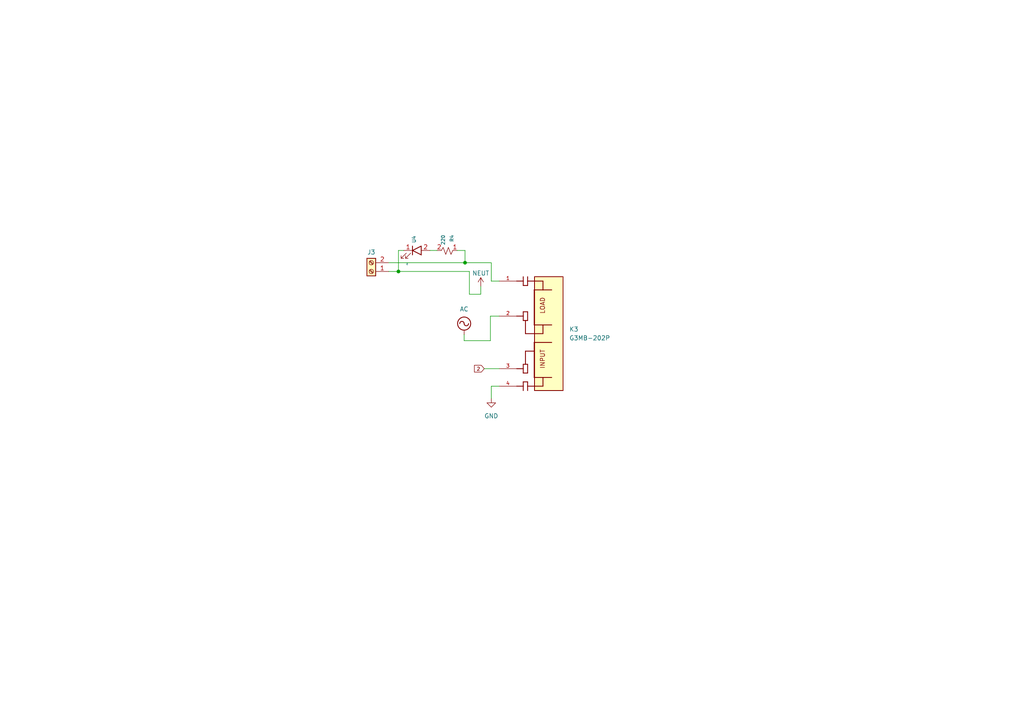
<source format=kicad_sch>
(kicad_sch
	(version 20231120)
	(generator "eeschema")
	(generator_version "8.0")
	(uuid "a891912e-a6c0-4e51-b609-3efe2cbf40b9")
	(paper "A4")
	(title_block
		(title "SSR circuit diagram")
	)
	(lib_symbols
		(symbol "Connector:Screw_Terminal_01x02"
			(pin_names
				(offset 1.016) hide)
			(exclude_from_sim no)
			(in_bom yes)
			(on_board yes)
			(property "Reference" "J"
				(at 0 2.54 0)
				(effects
					(font
						(size 1.27 1.27)
					)
				)
			)
			(property "Value" "Screw_Terminal_01x02"
				(at 0 -5.08 0)
				(effects
					(font
						(size 1.27 1.27)
					)
				)
			)
			(property "Footprint" ""
				(at 0 0 0)
				(effects
					(font
						(size 1.27 1.27)
					)
					(hide yes)
				)
			)
			(property "Datasheet" "~"
				(at 0 0 0)
				(effects
					(font
						(size 1.27 1.27)
					)
					(hide yes)
				)
			)
			(property "Description" "Generic screw terminal, single row, 01x02, script generated (kicad-library-utils/schlib/autogen/connector/)"
				(at 0 0 0)
				(effects
					(font
						(size 1.27 1.27)
					)
					(hide yes)
				)
			)
			(property "ki_keywords" "screw terminal"
				(at 0 0 0)
				(effects
					(font
						(size 1.27 1.27)
					)
					(hide yes)
				)
			)
			(property "ki_fp_filters" "TerminalBlock*:*"
				(at 0 0 0)
				(effects
					(font
						(size 1.27 1.27)
					)
					(hide yes)
				)
			)
			(symbol "Screw_Terminal_01x02_1_1"
				(rectangle
					(start -1.27 1.27)
					(end 1.27 -3.81)
					(stroke
						(width 0.254)
						(type default)
					)
					(fill
						(type background)
					)
				)
				(circle
					(center 0 -2.54)
					(radius 0.635)
					(stroke
						(width 0.1524)
						(type default)
					)
					(fill
						(type none)
					)
				)
				(polyline
					(pts
						(xy -0.5334 -2.2098) (xy 0.3302 -3.048)
					)
					(stroke
						(width 0.1524)
						(type default)
					)
					(fill
						(type none)
					)
				)
				(polyline
					(pts
						(xy -0.5334 0.3302) (xy 0.3302 -0.508)
					)
					(stroke
						(width 0.1524)
						(type default)
					)
					(fill
						(type none)
					)
				)
				(polyline
					(pts
						(xy -0.3556 -2.032) (xy 0.508 -2.8702)
					)
					(stroke
						(width 0.1524)
						(type default)
					)
					(fill
						(type none)
					)
				)
				(polyline
					(pts
						(xy -0.3556 0.508) (xy 0.508 -0.3302)
					)
					(stroke
						(width 0.1524)
						(type default)
					)
					(fill
						(type none)
					)
				)
				(circle
					(center 0 0)
					(radius 0.635)
					(stroke
						(width 0.1524)
						(type default)
					)
					(fill
						(type none)
					)
				)
				(pin passive line
					(at -5.08 0 0)
					(length 3.81)
					(name "Pin_1"
						(effects
							(font
								(size 1.27 1.27)
							)
						)
					)
					(number "1"
						(effects
							(font
								(size 1.27 1.27)
							)
						)
					)
				)
				(pin passive line
					(at -5.08 -2.54 0)
					(length 3.81)
					(name "Pin_2"
						(effects
							(font
								(size 1.27 1.27)
							)
						)
					)
					(number "2"
						(effects
							(font
								(size 1.27 1.27)
							)
						)
					)
				)
			)
		)
		(symbol "Device:LED_A"
			(exclude_from_sim no)
			(in_bom yes)
			(on_board yes)
			(property "Reference" "U1"
				(at 0 0 0)
				(effects
					(font
						(size 1.27 1.27)
					)
				)
			)
			(property "Value" ""
				(at -1.5875 0.508 0)
				(effects
					(font
						(size 1.27 1.27)
					)
				)
			)
			(property "Footprint" ""
				(at 0 0 0)
				(effects
					(font
						(size 1.27 1.27)
					)
					(hide yes)
				)
			)
			(property "Datasheet" ""
				(at 0 0 0)
				(effects
					(font
						(size 1.27 1.27)
					)
					(hide yes)
				)
			)
			(property "Description" ""
				(at 0 0 0)
				(effects
					(font
						(size 1.27 1.27)
					)
					(hide yes)
				)
			)
			(symbol "LED_A_0_1"
				(polyline
					(pts
						(xy -1.27 -3.81) (xy -1.27 -1.27)
					)
					(stroke
						(width 0.254)
						(type default)
					)
					(fill
						(type none)
					)
				)
				(polyline
					(pts
						(xy 1.27 -3.81) (xy 1.27 -1.27) (xy -1.27 -2.54) (xy 1.27 -3.81)
					)
					(stroke
						(width 0.254)
						(type default)
					)
					(fill
						(type none)
					)
				)
				(polyline
					(pts
						(xy -3.048 -3.302) (xy -4.572 -4.826) (xy -3.81 -4.826) (xy -4.572 -4.826) (xy -4.572 -4.064)
					)
					(stroke
						(width 0)
						(type default)
					)
					(fill
						(type none)
					)
				)
				(polyline
					(pts
						(xy -1.778 -3.302) (xy -3.302 -4.826) (xy -2.54 -4.826) (xy -3.302 -4.826) (xy -3.302 -4.064)
					)
					(stroke
						(width 0)
						(type default)
					)
					(fill
						(type none)
					)
				)
			)
			(symbol "LED_A_1_1"
				(pin passive line
					(at -3.81 -2.54 0)
					(length 2.54)
					(name ""
						(effects
							(font
								(size 1.27 1.27)
							)
						)
					)
					(number "1"
						(effects
							(font
								(size 1.27 1.27)
							)
						)
					)
				)
				(pin passive line
					(at 3.81 -2.54 180)
					(length 2.54)
					(name ""
						(effects
							(font
								(size 1.27 1.27)
							)
						)
					)
					(number "2"
						(effects
							(font
								(size 1.27 1.27)
							)
						)
					)
				)
			)
		)
		(symbol "Device:Resistor_A"
			(exclude_from_sim no)
			(in_bom yes)
			(on_board yes)
			(property "Reference" "R"
				(at 0 0 0)
				(effects
					(font
						(size 1.27 1.27)
					)
				)
			)
			(property "Value" ""
				(at 0 0 0)
				(effects
					(font
						(size 1.27 1.27)
					)
				)
			)
			(property "Footprint" ""
				(at 0 0 0)
				(effects
					(font
						(size 1.27 1.27)
					)
					(hide yes)
				)
			)
			(property "Datasheet" ""
				(at 0 0 0)
				(effects
					(font
						(size 1.27 1.27)
					)
					(hide yes)
				)
			)
			(property "Description" ""
				(at 0 0 0)
				(effects
					(font
						(size 1.27 1.27)
					)
					(hide yes)
				)
			)
			(symbol "Resistor_A_1_1"
				(polyline
					(pts
						(xy -2.286 -2.032) (xy -1.778 -0.889) (xy -1.397 -1.905) (xy -1.016 -2.921) (xy -0.635 -1.905)
					)
					(stroke
						(width 0)
						(type default)
					)
					(fill
						(type none)
					)
				)
				(polyline
					(pts
						(xy -0.635 -1.905) (xy -0.254 -0.889) (xy 0.127 -1.905) (xy 0.508 -2.921) (xy 1.016 -2.032)
					)
					(stroke
						(width 0)
						(type default)
					)
					(fill
						(type none)
					)
				)
				(pin input line
					(at -3.556 -2.032 0)
					(length 1.27)
					(name ""
						(effects
							(font
								(size 1.27 1.27)
							)
						)
					)
					(number "1"
						(effects
							(font
								(size 1.27 1.27)
							)
						)
					)
				)
				(pin output line
					(at 2.286 -2.032 180)
					(length 1.27)
					(name ""
						(effects
							(font
								(size 1.27 1.27)
							)
						)
					)
					(number "2"
						(effects
							(font
								(size 1.27 1.27)
							)
						)
					)
				)
			)
		)
		(symbol "G3MB-202P:G3MB-202P"
			(pin_names
				(offset 1.016)
			)
			(exclude_from_sim no)
			(in_bom yes)
			(on_board yes)
			(property "Reference" "K"
				(at -4.4597 15.8839 0)
				(effects
					(font
						(size 1.27 1.27)
					)
					(justify left bottom)
				)
			)
			(property "Value" "G3MB-202P"
				(at -4.4511 -6.9878 0)
				(effects
					(font
						(size 1.27 1.27)
					)
					(justify left bottom)
				)
			)
			(property "Footprint" "G3MB-202P:RELAY_G3MB-202P"
				(at 0 0 0)
				(effects
					(font
						(size 1.27 1.27)
					)
					(justify bottom)
					(hide yes)
				)
			)
			(property "Datasheet" ""
				(at 0 0 0)
				(effects
					(font
						(size 1.27 1.27)
					)
					(hide yes)
				)
			)
			(property "Description" ""
				(at 0 0 0)
				(effects
					(font
						(size 1.27 1.27)
					)
					(hide yes)
				)
			)
			(property "MF" "Omron Automation"
				(at 0 0 0)
				(effects
					(font
						(size 1.27 1.27)
					)
					(justify bottom)
					(hide yes)
				)
			)
			(property "MAXIMUM_PACKAGE_HEIGHT" "20.5mm"
				(at 0 0 0)
				(effects
					(font
						(size 1.27 1.27)
					)
					(justify bottom)
					(hide yes)
				)
			)
			(property "Package" "SIP-4 Omron Automation"
				(at 0 0 0)
				(effects
					(font
						(size 1.27 1.27)
					)
					(justify bottom)
					(hide yes)
				)
			)
			(property "Price" "None"
				(at 0 0 0)
				(effects
					(font
						(size 1.27 1.27)
					)
					(justify bottom)
					(hide yes)
				)
			)
			(property "Check_prices" "https://www.snapeda.com/parts/G3MB-202P/Omron/view-part/?ref=eda"
				(at 0 0 0)
				(effects
					(font
						(size 1.27 1.27)
					)
					(justify bottom)
					(hide yes)
				)
			)
			(property "STANDARD" "Manufacturer Recommendations"
				(at 0 0 0)
				(effects
					(font
						(size 1.27 1.27)
					)
					(justify bottom)
					(hide yes)
				)
			)
			(property "PARTREV" "J091-E1-1A"
				(at 0 0 0)
				(effects
					(font
						(size 1.27 1.27)
					)
					(justify bottom)
					(hide yes)
				)
			)
			(property "SnapEDA_Link" "https://www.snapeda.com/parts/G3MB-202P/Omron/view-part/?ref=snap"
				(at 0 0 0)
				(effects
					(font
						(size 1.27 1.27)
					)
					(justify bottom)
					(hide yes)
				)
			)
			(property "MP" "G3MB-202P"
				(at 0 0 0)
				(effects
					(font
						(size 1.27 1.27)
					)
					(justify bottom)
					(hide yes)
				)
			)
			(property "Description_1" "\n                        \n                            Solid State  SPST-NO (1 Form A) 4-SIP\n                        \n"
				(at 0 0 0)
				(effects
					(font
						(size 1.27 1.27)
					)
					(justify bottom)
					(hide yes)
				)
			)
			(property "Availability" "Not in stock"
				(at 0 0 0)
				(effects
					(font
						(size 1.27 1.27)
					)
					(justify bottom)
					(hide yes)
				)
			)
			(property "MANUFACTURER" "Omron Automation and Safety"
				(at 0 0 0)
				(effects
					(font
						(size 1.27 1.27)
					)
					(justify bottom)
					(hide yes)
				)
			)
			(symbol "G3MB-202P_0_0"
				(rectangle
					(start -16.51 -5.8208)
					(end 16.51 2.4342)
					(stroke
						(width 0.254)
						(type default)
					)
					(fill
						(type background)
					)
				)
				(polyline
					(pts
						(xy -16.51 5.715) (xy -15.24 5.715)
					)
					(stroke
						(width 0.254)
						(type default)
					)
					(fill
						(type none)
					)
				)
				(polyline
					(pts
						(xy -15.24 4.445) (xy -16.51 4.445)
					)
					(stroke
						(width 0.254)
						(type default)
					)
					(fill
						(type none)
					)
				)
				(polyline
					(pts
						(xy -15.24 4.445) (xy -15.24 0)
					)
					(stroke
						(width 0.254)
						(type default)
					)
					(fill
						(type none)
					)
				)
				(polyline
					(pts
						(xy -15.24 5.715) (xy -13.97 5.715)
					)
					(stroke
						(width 0.254)
						(type default)
					)
					(fill
						(type none)
					)
				)
				(polyline
					(pts
						(xy -15.24 7.62) (xy -15.24 5.715)
					)
					(stroke
						(width 0.254)
						(type default)
					)
					(fill
						(type none)
					)
				)
				(polyline
					(pts
						(xy -13.97 4.445) (xy -15.24 4.445)
					)
					(stroke
						(width 0.254)
						(type default)
					)
					(fill
						(type none)
					)
				)
				(polyline
					(pts
						(xy -13.97 5.715) (xy -13.97 4.445)
					)
					(stroke
						(width 0.254)
						(type default)
					)
					(fill
						(type none)
					)
				)
				(polyline
					(pts
						(xy -12.7 -2.54) (xy -12.7 0)
					)
					(stroke
						(width 0.254)
						(type default)
					)
					(fill
						(type none)
					)
				)
				(polyline
					(pts
						(xy -12.7 0) (xy -15.24 0)
					)
					(stroke
						(width 0.254)
						(type default)
					)
					(fill
						(type none)
					)
				)
				(polyline
					(pts
						(xy -12.7 0) (xy -12.7 2.54)
					)
					(stroke
						(width 0.254)
						(type default)
					)
					(fill
						(type none)
					)
				)
				(polyline
					(pts
						(xy -12.7 2.54) (xy -5.08 2.54)
					)
					(stroke
						(width 0.254)
						(type default)
					)
					(fill
						(type none)
					)
				)
				(polyline
					(pts
						(xy -11.43 4.445) (xy -11.43 5.715)
					)
					(stroke
						(width 0.254)
						(type default)
					)
					(fill
						(type none)
					)
				)
				(polyline
					(pts
						(xy -11.43 5.715) (xy -10.16 5.715)
					)
					(stroke
						(width 0.254)
						(type default)
					)
					(fill
						(type none)
					)
				)
				(polyline
					(pts
						(xy -10.16 5.715) (xy -8.89 5.715)
					)
					(stroke
						(width 0.254)
						(type default)
					)
					(fill
						(type none)
					)
				)
				(polyline
					(pts
						(xy -10.16 7.62) (xy -10.16 5.715)
					)
					(stroke
						(width 0.254)
						(type default)
					)
					(fill
						(type none)
					)
				)
				(polyline
					(pts
						(xy -8.89 4.445) (xy -11.43 4.445)
					)
					(stroke
						(width 0.254)
						(type default)
					)
					(fill
						(type none)
					)
				)
				(polyline
					(pts
						(xy -8.89 5.715) (xy -8.89 4.445)
					)
					(stroke
						(width 0.254)
						(type default)
					)
					(fill
						(type none)
					)
				)
				(polyline
					(pts
						(xy -5.08 2.54) (xy -5.08 5.08)
					)
					(stroke
						(width 0.254)
						(type default)
					)
					(fill
						(type none)
					)
				)
				(polyline
					(pts
						(xy -5.08 2.54) (xy -2.54 2.54)
					)
					(stroke
						(width 0.254)
						(type default)
					)
					(fill
						(type none)
					)
				)
				(polyline
					(pts
						(xy -5.08 5.08) (xy -8.89 5.08)
					)
					(stroke
						(width 0.254)
						(type default)
					)
					(fill
						(type none)
					)
				)
				(polyline
					(pts
						(xy -2.54 2.54) (xy -2.54 -2.54)
					)
					(stroke
						(width 0.254)
						(type default)
					)
					(fill
						(type none)
					)
				)
				(polyline
					(pts
						(xy 0 0) (xy 0 5.08)
					)
					(stroke
						(width 0.254)
						(type default)
					)
					(fill
						(type none)
					)
				)
				(polyline
					(pts
						(xy 0 5.08) (xy 3.81 5.08)
					)
					(stroke
						(width 0.254)
						(type default)
					)
					(fill
						(type none)
					)
				)
				(polyline
					(pts
						(xy 2.54 0) (xy 0 0)
					)
					(stroke
						(width 0.254)
						(type default)
					)
					(fill
						(type none)
					)
				)
				(polyline
					(pts
						(xy 2.54 0) (xy 2.54 -2.54)
					)
					(stroke
						(width 0.254)
						(type default)
					)
					(fill
						(type none)
					)
				)
				(polyline
					(pts
						(xy 2.54 2.54) (xy 2.54 0)
					)
					(stroke
						(width 0.254)
						(type default)
					)
					(fill
						(type none)
					)
				)
				(polyline
					(pts
						(xy 3.81 4.445) (xy 6.35 4.445)
					)
					(stroke
						(width 0.254)
						(type default)
					)
					(fill
						(type none)
					)
				)
				(polyline
					(pts
						(xy 3.81 5.715) (xy 3.81 4.445)
					)
					(stroke
						(width 0.254)
						(type default)
					)
					(fill
						(type none)
					)
				)
				(polyline
					(pts
						(xy 5.08 5.715) (xy 3.81 5.715)
					)
					(stroke
						(width 0.254)
						(type default)
					)
					(fill
						(type none)
					)
				)
				(polyline
					(pts
						(xy 5.08 7.62) (xy 5.08 5.715)
					)
					(stroke
						(width 0.254)
						(type default)
					)
					(fill
						(type none)
					)
				)
				(polyline
					(pts
						(xy 6.35 4.445) (xy 6.35 5.715)
					)
					(stroke
						(width 0.254)
						(type default)
					)
					(fill
						(type none)
					)
				)
				(polyline
					(pts
						(xy 6.35 5.715) (xy 5.08 5.715)
					)
					(stroke
						(width 0.254)
						(type default)
					)
					(fill
						(type none)
					)
				)
				(polyline
					(pts
						(xy 12.7 -2.54) (xy 12.7 0)
					)
					(stroke
						(width 0.254)
						(type default)
					)
					(fill
						(type none)
					)
				)
				(polyline
					(pts
						(xy 12.7 0) (xy 12.7 2.54)
					)
					(stroke
						(width 0.254)
						(type default)
					)
					(fill
						(type none)
					)
				)
				(polyline
					(pts
						(xy 12.7 0) (xy 15.24 0)
					)
					(stroke
						(width 0.254)
						(type default)
					)
					(fill
						(type none)
					)
				)
				(polyline
					(pts
						(xy 12.7 2.54) (xy 2.54 2.54)
					)
					(stroke
						(width 0.254)
						(type default)
					)
					(fill
						(type none)
					)
				)
				(polyline
					(pts
						(xy 13.97 4.445) (xy 15.24 4.445)
					)
					(stroke
						(width 0.254)
						(type default)
					)
					(fill
						(type none)
					)
				)
				(polyline
					(pts
						(xy 13.97 5.715) (xy 13.97 4.445)
					)
					(stroke
						(width 0.254)
						(type default)
					)
					(fill
						(type none)
					)
				)
				(polyline
					(pts
						(xy 15.24 4.445) (xy 15.24 0)
					)
					(stroke
						(width 0.254)
						(type default)
					)
					(fill
						(type none)
					)
				)
				(polyline
					(pts
						(xy 15.24 4.445) (xy 16.51 4.445)
					)
					(stroke
						(width 0.254)
						(type default)
					)
					(fill
						(type none)
					)
				)
				(polyline
					(pts
						(xy 15.24 5.715) (xy 13.97 5.715)
					)
					(stroke
						(width 0.254)
						(type default)
					)
					(fill
						(type none)
					)
				)
				(polyline
					(pts
						(xy 15.24 7.62) (xy 15.24 5.715)
					)
					(stroke
						(width 0.254)
						(type default)
					)
					(fill
						(type none)
					)
				)
				(polyline
					(pts
						(xy 16.51 5.715) (xy 15.24 5.715)
					)
					(stroke
						(width 0.254)
						(type default)
					)
					(fill
						(type none)
					)
				)
				(text "INPUT"
					(at -10.1712 -0.6357 0)
					(effects
						(font
							(size 1.2714 1.2714)
						)
						(justify left bottom)
					)
				)
				(text "LOAD"
					(at 5.7234 -0.6359 0)
					(effects
						(font
							(size 1.2719 1.2719)
						)
						(justify left bottom)
					)
				)
				(pin passive line
					(at 15.24 12.7 270)
					(length 5.08)
					(name "~"
						(effects
							(font
								(size 1.016 1.016)
							)
						)
					)
					(number "1"
						(effects
							(font
								(size 1.016 1.016)
							)
						)
					)
				)
				(pin passive line
					(at 5.08 12.7 270)
					(length 5.08)
					(name "~"
						(effects
							(font
								(size 1.016 1.016)
							)
						)
					)
					(number "2"
						(effects
							(font
								(size 1.016 1.016)
							)
						)
					)
				)
				(pin input line
					(at -10.16 12.7 270)
					(length 5.08)
					(name "~"
						(effects
							(font
								(size 1.016 1.016)
							)
						)
					)
					(number "3"
						(effects
							(font
								(size 1.016 1.016)
							)
						)
					)
				)
				(pin input line
					(at -15.24 12.7 270)
					(length 5.08)
					(name "~"
						(effects
							(font
								(size 1.016 1.016)
							)
						)
					)
					(number "4"
						(effects
							(font
								(size 1.016 1.016)
							)
						)
					)
				)
			)
		)
		(symbol "power:AC"
			(power)
			(pin_numbers hide)
			(pin_names
				(offset 0) hide)
			(exclude_from_sim no)
			(in_bom yes)
			(on_board yes)
			(property "Reference" "#PWR"
				(at 0 -2.54 0)
				(effects
					(font
						(size 1.27 1.27)
					)
					(hide yes)
				)
			)
			(property "Value" "AC"
				(at 0 6.35 0)
				(effects
					(font
						(size 1.27 1.27)
					)
				)
			)
			(property "Footprint" ""
				(at 0 0 0)
				(effects
					(font
						(size 1.27 1.27)
					)
					(hide yes)
				)
			)
			(property "Datasheet" ""
				(at 0 0 0)
				(effects
					(font
						(size 1.27 1.27)
					)
					(hide yes)
				)
			)
			(property "Description" "Power symbol creates a global label with name \"AC\""
				(at 0 0 0)
				(effects
					(font
						(size 1.27 1.27)
					)
					(hide yes)
				)
			)
			(property "ki_keywords" "global power"
				(at 0 0 0)
				(effects
					(font
						(size 1.27 1.27)
					)
					(hide yes)
				)
			)
			(symbol "AC_0_1"
				(polyline
					(pts
						(xy 0 0) (xy 0 1.27)
					)
					(stroke
						(width 0)
						(type default)
					)
					(fill
						(type none)
					)
				)
				(arc
					(start 0 3.175)
					(mid -0.635 3.8073)
					(end -1.27 3.175)
					(stroke
						(width 0.254)
						(type default)
					)
					(fill
						(type none)
					)
				)
				(arc
					(start 0 3.175)
					(mid 0.635 2.5427)
					(end 1.27 3.175)
					(stroke
						(width 0.254)
						(type default)
					)
					(fill
						(type none)
					)
				)
				(circle
					(center 0 3.175)
					(radius 1.905)
					(stroke
						(width 0.254)
						(type default)
					)
					(fill
						(type none)
					)
				)
			)
			(symbol "AC_1_1"
				(pin power_in line
					(at 0 0 90)
					(length 0)
					(name "~"
						(effects
							(font
								(size 1.27 1.27)
							)
						)
					)
					(number "1"
						(effects
							(font
								(size 1.27 1.27)
							)
						)
					)
				)
			)
		)
		(symbol "power:GND"
			(power)
			(pin_numbers hide)
			(pin_names
				(offset 0) hide)
			(exclude_from_sim no)
			(in_bom yes)
			(on_board yes)
			(property "Reference" "#PWR"
				(at 0 -6.35 0)
				(effects
					(font
						(size 1.27 1.27)
					)
					(hide yes)
				)
			)
			(property "Value" "GND"
				(at 0 -3.81 0)
				(effects
					(font
						(size 1.27 1.27)
					)
				)
			)
			(property "Footprint" ""
				(at 0 0 0)
				(effects
					(font
						(size 1.27 1.27)
					)
					(hide yes)
				)
			)
			(property "Datasheet" ""
				(at 0 0 0)
				(effects
					(font
						(size 1.27 1.27)
					)
					(hide yes)
				)
			)
			(property "Description" "Power symbol creates a global label with name \"GND\" , ground"
				(at 0 0 0)
				(effects
					(font
						(size 1.27 1.27)
					)
					(hide yes)
				)
			)
			(property "ki_keywords" "global power"
				(at 0 0 0)
				(effects
					(font
						(size 1.27 1.27)
					)
					(hide yes)
				)
			)
			(symbol "GND_0_1"
				(polyline
					(pts
						(xy 0 0) (xy 0 -1.27) (xy 1.27 -1.27) (xy 0 -2.54) (xy -1.27 -1.27) (xy 0 -1.27)
					)
					(stroke
						(width 0)
						(type default)
					)
					(fill
						(type none)
					)
				)
			)
			(symbol "GND_1_1"
				(pin power_in line
					(at 0 0 270)
					(length 0)
					(name "~"
						(effects
							(font
								(size 1.27 1.27)
							)
						)
					)
					(number "1"
						(effects
							(font
								(size 1.27 1.27)
							)
						)
					)
				)
			)
		)
		(symbol "power:NEUT"
			(power)
			(pin_numbers hide)
			(pin_names
				(offset 0) hide)
			(exclude_from_sim no)
			(in_bom yes)
			(on_board yes)
			(property "Reference" "#PWR"
				(at 0 -3.81 0)
				(effects
					(font
						(size 1.27 1.27)
					)
					(hide yes)
				)
			)
			(property "Value" "NEUT"
				(at 0 3.556 0)
				(effects
					(font
						(size 1.27 1.27)
					)
				)
			)
			(property "Footprint" ""
				(at 0 0 0)
				(effects
					(font
						(size 1.27 1.27)
					)
					(hide yes)
				)
			)
			(property "Datasheet" ""
				(at 0 0 0)
				(effects
					(font
						(size 1.27 1.27)
					)
					(hide yes)
				)
			)
			(property "Description" "Power symbol creates a global label with name \"NEUT\""
				(at 0 0 0)
				(effects
					(font
						(size 1.27 1.27)
					)
					(hide yes)
				)
			)
			(property "ki_keywords" "global power"
				(at 0 0 0)
				(effects
					(font
						(size 1.27 1.27)
					)
					(hide yes)
				)
			)
			(symbol "NEUT_0_1"
				(polyline
					(pts
						(xy -0.762 1.27) (xy 0 2.54)
					)
					(stroke
						(width 0)
						(type default)
					)
					(fill
						(type none)
					)
				)
				(polyline
					(pts
						(xy 0 0) (xy 0 2.54)
					)
					(stroke
						(width 0)
						(type default)
					)
					(fill
						(type none)
					)
				)
				(polyline
					(pts
						(xy 0 2.54) (xy 0.762 1.27)
					)
					(stroke
						(width 0)
						(type default)
					)
					(fill
						(type none)
					)
				)
			)
			(symbol "NEUT_1_1"
				(pin power_in line
					(at 0 0 90)
					(length 0)
					(name "~"
						(effects
							(font
								(size 1.27 1.27)
							)
						)
					)
					(number "1"
						(effects
							(font
								(size 1.27 1.27)
							)
						)
					)
				)
			)
		)
	)
	(junction
		(at 115.57 78.74)
		(diameter 0)
		(color 0 0 0 0)
		(uuid "1a412349-8230-43b4-807f-5430bd335482")
	)
	(junction
		(at 134.874 76.2)
		(diameter 0)
		(color 0 0 0 0)
		(uuid "3ceecf8d-213d-4931-a6f3-802e56619f25")
	)
	(wire
		(pts
			(xy 115.57 78.74) (xy 136.144 78.74)
		)
		(stroke
			(width 0)
			(type default)
		)
		(uuid "090623d7-b73c-4d0f-bc02-6e70433761dd")
	)
	(wire
		(pts
			(xy 132.588 72.644) (xy 134.874 72.644)
		)
		(stroke
			(width 0)
			(type default)
		)
		(uuid "0ed228d1-8cb4-4329-aa0a-527e4ede9bd8")
	)
	(wire
		(pts
			(xy 142.494 76.2) (xy 134.874 76.2)
		)
		(stroke
			(width 0)
			(type default)
		)
		(uuid "1631cd0f-6a82-4da1-ae73-1aedf839f1c0")
	)
	(wire
		(pts
			(xy 142.24 98.806) (xy 134.62 98.806)
		)
		(stroke
			(width 0)
			(type default)
		)
		(uuid "190f5a43-b091-4ec9-9621-f4946c9aa000")
	)
	(wire
		(pts
			(xy 117.094 72.644) (xy 115.57 72.644)
		)
		(stroke
			(width 0)
			(type default)
		)
		(uuid "1e09ed61-13a2-4704-bd9b-0e973535bcbc")
	)
	(wire
		(pts
			(xy 140.462 106.934) (xy 144.78 106.934)
		)
		(stroke
			(width 0)
			(type default)
		)
		(uuid "1eaa552d-5a3d-41cc-bfe0-b35e5f6f950c")
	)
	(wire
		(pts
			(xy 142.494 115.57) (xy 142.494 112.014)
		)
		(stroke
			(width 0)
			(type default)
		)
		(uuid "24ceb3dd-691a-4ac9-aac6-df1b2ff6cbb0")
	)
	(wire
		(pts
			(xy 112.776 76.2) (xy 134.874 76.2)
		)
		(stroke
			(width 0)
			(type default)
		)
		(uuid "2d956380-a8a3-475c-8b11-d89e8569164e")
	)
	(wire
		(pts
			(xy 124.714 72.644) (xy 126.746 72.644)
		)
		(stroke
			(width 0)
			(type default)
		)
		(uuid "54a132b4-287f-4ca1-82ce-9d35b21fb93b")
	)
	(wire
		(pts
			(xy 134.62 98.806) (xy 134.62 97.028)
		)
		(stroke
			(width 0)
			(type default)
		)
		(uuid "6bfa1ae0-143d-4f7a-8e17-0636f734036d")
	)
	(wire
		(pts
			(xy 142.494 81.534) (xy 142.494 76.2)
		)
		(stroke
			(width 0)
			(type default)
		)
		(uuid "a1a6c4d0-cf91-4813-9746-b0e5e0bdcfb0")
	)
	(wire
		(pts
			(xy 142.494 112.014) (xy 144.78 112.014)
		)
		(stroke
			(width 0)
			(type default)
		)
		(uuid "a61e413d-8330-43ec-bd1c-dcda6cb9939b")
	)
	(wire
		(pts
			(xy 139.446 85.344) (xy 139.446 83.058)
		)
		(stroke
			(width 0)
			(type default)
		)
		(uuid "b59d0da0-89c0-4f47-9392-b3adce6d8e4b")
	)
	(wire
		(pts
			(xy 112.776 78.74) (xy 115.57 78.74)
		)
		(stroke
			(width 0)
			(type default)
		)
		(uuid "b8ed437f-b51c-48c2-8e0d-5ddb78fb3c8b")
	)
	(wire
		(pts
			(xy 142.24 91.694) (xy 142.24 98.806)
		)
		(stroke
			(width 0)
			(type default)
		)
		(uuid "c1bdedf1-f679-4ca3-aec6-5da61b11aef6")
	)
	(wire
		(pts
			(xy 144.78 91.694) (xy 142.24 91.694)
		)
		(stroke
			(width 0)
			(type default)
		)
		(uuid "cc91551c-fbe2-4e4d-8422-b481f0f3d852")
	)
	(wire
		(pts
			(xy 144.78 81.534) (xy 142.494 81.534)
		)
		(stroke
			(width 0)
			(type default)
		)
		(uuid "d04e8f50-c4af-47ab-8199-83b1f8b0daaf")
	)
	(wire
		(pts
			(xy 134.874 72.644) (xy 134.874 76.2)
		)
		(stroke
			(width 0)
			(type default)
		)
		(uuid "d1b78b3b-be2d-4231-bff0-6547ecee3736")
	)
	(wire
		(pts
			(xy 136.144 85.344) (xy 139.446 85.344)
		)
		(stroke
			(width 0)
			(type default)
		)
		(uuid "d837fa43-c743-40dd-8485-3f53647c5e83")
	)
	(wire
		(pts
			(xy 136.144 78.74) (xy 136.144 85.344)
		)
		(stroke
			(width 0)
			(type default)
		)
		(uuid "de2d9cb7-de3c-483a-ad85-efb721a61867")
	)
	(wire
		(pts
			(xy 115.57 72.644) (xy 115.57 78.74)
		)
		(stroke
			(width 0)
			(type default)
		)
		(uuid "e01246de-e21a-4af2-83c3-2c69c2c5733a")
	)
	(global_label "2"
		(shape input)
		(at 140.462 106.934 180)
		(fields_autoplaced yes)
		(effects
			(font
				(size 1 1)
			)
			(justify right)
		)
		(uuid "fa158bfc-a5b2-4b0a-8b21-ede761a86270")
		(property "Intersheetrefs" "${INTERSHEET_REFS}"
			(at 137.1593 106.934 0)
			(effects
				(font
					(size 1.27 1.27)
				)
				(justify right)
				(hide yes)
			)
		)
	)
	(symbol
		(lib_id "power:NEUT")
		(at 139.446 83.058 0)
		(unit 1)
		(exclude_from_sim no)
		(in_bom yes)
		(on_board yes)
		(dnp no)
		(uuid "00eebb27-1bd4-4ec2-aa47-e12746434cf2")
		(property "Reference" "#PWR014"
			(at 139.446 86.868 0)
			(effects
				(font
					(size 1.27 1.27)
				)
				(hide yes)
			)
		)
		(property "Value" "NEUT"
			(at 139.446 79.248 0)
			(effects
				(font
					(size 1.27 1.27)
				)
			)
		)
		(property "Footprint" ""
			(at 139.446 83.058 0)
			(effects
				(font
					(size 1.27 1.27)
				)
				(hide yes)
			)
		)
		(property "Datasheet" ""
			(at 139.446 83.058 0)
			(effects
				(font
					(size 1.27 1.27)
				)
				(hide yes)
			)
		)
		(property "Description" "Power symbol creates a global label with name \"NEUT\""
			(at 139.446 83.058 0)
			(effects
				(font
					(size 1.27 1.27)
				)
				(hide yes)
			)
		)
		(pin "1"
			(uuid "9503c9b5-c51e-4056-aaaf-4b5510fa3c94")
		)
		(instances
			(project "arduino_plc"
				(path "/90789b3b-1a23-4b13-ba57-531218780bbd/0965e406-bdd7-4cff-b545-98995767fc26"
					(reference "#PWR014")
					(unit 1)
				)
				(path "/90789b3b-1a23-4b13-ba57-531218780bbd/0ac0bdd7-7d64-481b-8a23-6c43a9bf5cde"
					(reference "#PWR035")
					(unit 1)
				)
				(path "/90789b3b-1a23-4b13-ba57-531218780bbd/16d98f60-14b4-47c9-9a97-15eaddb9c613"
					(reference "#PWR029")
					(unit 1)
				)
				(path "/90789b3b-1a23-4b13-ba57-531218780bbd/2ae5cf2b-d7ca-4e2c-8335-752c15adcdca"
					(reference "#PWR023")
					(unit 1)
				)
				(path "/90789b3b-1a23-4b13-ba57-531218780bbd/37b04c80-3ba9-4163-b63e-7ba9de1972ba"
					(reference "#PWR020")
					(unit 1)
				)
				(path "/90789b3b-1a23-4b13-ba57-531218780bbd/5cf82b2b-c234-441b-9285-b82e4567c25b"
					(reference "#PWR032")
					(unit 1)
				)
				(path "/90789b3b-1a23-4b13-ba57-531218780bbd/92ddb368-6d7b-4059-bfc7-d66154e98fc5"
					(reference "#PWR026")
					(unit 1)
				)
				(path "/90789b3b-1a23-4b13-ba57-531218780bbd/a1d49966-eda3-4e49-9166-d6c23eeebff7"
					(reference "#PWR08")
					(unit 1)
				)
				(path "/90789b3b-1a23-4b13-ba57-531218780bbd/ad6dc54e-1e08-472c-8918-d9df48583fb6"
					(reference "#PWR017")
					(unit 1)
				)
				(path "/90789b3b-1a23-4b13-ba57-531218780bbd/f2e86ec5-d1a0-4b84-aa7a-5ec31f659375"
					(reference "#PWR011")
					(unit 1)
				)
			)
		)
	)
	(symbol
		(lib_id "power:GND")
		(at 142.494 115.57 0)
		(unit 1)
		(exclude_from_sim no)
		(in_bom yes)
		(on_board yes)
		(dnp no)
		(fields_autoplaced yes)
		(uuid "0554eaa4-c0b6-44df-ae6b-d522bf746692")
		(property "Reference" "#PWR015"
			(at 142.494 121.92 0)
			(effects
				(font
					(size 1.27 1.27)
				)
				(hide yes)
			)
		)
		(property "Value" "GND"
			(at 142.494 120.65 0)
			(effects
				(font
					(size 1.27 1.27)
				)
			)
		)
		(property "Footprint" ""
			(at 142.494 115.57 0)
			(effects
				(font
					(size 1.27 1.27)
				)
				(hide yes)
			)
		)
		(property "Datasheet" ""
			(at 142.494 115.57 0)
			(effects
				(font
					(size 1.27 1.27)
				)
				(hide yes)
			)
		)
		(property "Description" "Power symbol creates a global label with name \"GND\" , ground"
			(at 142.494 115.57 0)
			(effects
				(font
					(size 1.27 1.27)
				)
				(hide yes)
			)
		)
		(pin "1"
			(uuid "82b544d1-c25d-4c96-a8df-6054e17a5d15")
		)
		(instances
			(project "arduino_plc"
				(path "/90789b3b-1a23-4b13-ba57-531218780bbd/0965e406-bdd7-4cff-b545-98995767fc26"
					(reference "#PWR015")
					(unit 1)
				)
				(path "/90789b3b-1a23-4b13-ba57-531218780bbd/0ac0bdd7-7d64-481b-8a23-6c43a9bf5cde"
					(reference "#PWR036")
					(unit 1)
				)
				(path "/90789b3b-1a23-4b13-ba57-531218780bbd/16d98f60-14b4-47c9-9a97-15eaddb9c613"
					(reference "#PWR030")
					(unit 1)
				)
				(path "/90789b3b-1a23-4b13-ba57-531218780bbd/2ae5cf2b-d7ca-4e2c-8335-752c15adcdca"
					(reference "#PWR024")
					(unit 1)
				)
				(path "/90789b3b-1a23-4b13-ba57-531218780bbd/37b04c80-3ba9-4163-b63e-7ba9de1972ba"
					(reference "#PWR021")
					(unit 1)
				)
				(path "/90789b3b-1a23-4b13-ba57-531218780bbd/5cf82b2b-c234-441b-9285-b82e4567c25b"
					(reference "#PWR033")
					(unit 1)
				)
				(path "/90789b3b-1a23-4b13-ba57-531218780bbd/92ddb368-6d7b-4059-bfc7-d66154e98fc5"
					(reference "#PWR027")
					(unit 1)
				)
				(path "/90789b3b-1a23-4b13-ba57-531218780bbd/a1d49966-eda3-4e49-9166-d6c23eeebff7"
					(reference "#PWR09")
					(unit 1)
				)
				(path "/90789b3b-1a23-4b13-ba57-531218780bbd/ad6dc54e-1e08-472c-8918-d9df48583fb6"
					(reference "#PWR018")
					(unit 1)
				)
				(path "/90789b3b-1a23-4b13-ba57-531218780bbd/f2e86ec5-d1a0-4b84-aa7a-5ec31f659375"
					(reference "#PWR012")
					(unit 1)
				)
			)
		)
	)
	(symbol
		(lib_id "Connector:Screw_Terminal_01x02")
		(at 107.696 78.74 180)
		(unit 1)
		(exclude_from_sim no)
		(in_bom yes)
		(on_board yes)
		(dnp no)
		(uuid "1e0e9a66-a51d-4889-88f6-7d832530712e")
		(property "Reference" "J3"
			(at 107.696 73.152 0)
			(effects
				(font
					(size 1.27 1.27)
				)
			)
		)
		(property "Value" "Screw_Terminal_01x02"
			(at 107.696 72.39 0)
			(effects
				(font
					(size 1.27 1.27)
				)
				(hide yes)
			)
		)
		(property "Footprint" ""
			(at 107.696 78.74 0)
			(effects
				(font
					(size 1.27 1.27)
				)
				(hide yes)
			)
		)
		(property "Datasheet" "~"
			(at 107.696 78.74 0)
			(effects
				(font
					(size 1.27 1.27)
				)
				(hide yes)
			)
		)
		(property "Description" "Generic screw terminal, single row, 01x02, script generated (kicad-library-utils/schlib/autogen/connector/)"
			(at 107.696 78.74 0)
			(effects
				(font
					(size 1.27 1.27)
				)
				(hide yes)
			)
		)
		(pin "1"
			(uuid "021fc08c-5037-4ee7-8aa9-5046b43ce4b5")
		)
		(pin "2"
			(uuid "644358f6-e02e-4da1-842f-b48b4a6b4b62")
		)
		(instances
			(project "arduino_plc"
				(path "/90789b3b-1a23-4b13-ba57-531218780bbd/0965e406-bdd7-4cff-b545-98995767fc26"
					(reference "J3")
					(unit 1)
				)
				(path "/90789b3b-1a23-4b13-ba57-531218780bbd/0ac0bdd7-7d64-481b-8a23-6c43a9bf5cde"
					(reference "J10")
					(unit 1)
				)
				(path "/90789b3b-1a23-4b13-ba57-531218780bbd/16d98f60-14b4-47c9-9a97-15eaddb9c613"
					(reference "J8")
					(unit 1)
				)
				(path "/90789b3b-1a23-4b13-ba57-531218780bbd/2ae5cf2b-d7ca-4e2c-8335-752c15adcdca"
					(reference "J6")
					(unit 1)
				)
				(path "/90789b3b-1a23-4b13-ba57-531218780bbd/37b04c80-3ba9-4163-b63e-7ba9de1972ba"
					(reference "J5")
					(unit 1)
				)
				(path "/90789b3b-1a23-4b13-ba57-531218780bbd/5cf82b2b-c234-441b-9285-b82e4567c25b"
					(reference "J9")
					(unit 1)
				)
				(path "/90789b3b-1a23-4b13-ba57-531218780bbd/92ddb368-6d7b-4059-bfc7-d66154e98fc5"
					(reference "J7")
					(unit 1)
				)
				(path "/90789b3b-1a23-4b13-ba57-531218780bbd/a1d49966-eda3-4e49-9166-d6c23eeebff7"
					(reference "J1")
					(unit 1)
				)
				(path "/90789b3b-1a23-4b13-ba57-531218780bbd/ad6dc54e-1e08-472c-8918-d9df48583fb6"
					(reference "J4")
					(unit 1)
				)
				(path "/90789b3b-1a23-4b13-ba57-531218780bbd/f2e86ec5-d1a0-4b84-aa7a-5ec31f659375"
					(reference "J2")
					(unit 1)
				)
			)
		)
	)
	(symbol
		(lib_id "power:AC")
		(at 134.62 97.028 0)
		(unit 1)
		(exclude_from_sim no)
		(in_bom yes)
		(on_board yes)
		(dnp no)
		(fields_autoplaced yes)
		(uuid "3c608eb3-8ee0-43c3-a3d8-d361510b3d86")
		(property "Reference" "#PWR013"
			(at 134.62 99.568 0)
			(effects
				(font
					(size 1.27 1.27)
				)
				(hide yes)
			)
		)
		(property "Value" "AC"
			(at 134.62 89.662 0)
			(effects
				(font
					(size 1.27 1.27)
				)
			)
		)
		(property "Footprint" ""
			(at 134.62 97.028 0)
			(effects
				(font
					(size 1.27 1.27)
				)
				(hide yes)
			)
		)
		(property "Datasheet" ""
			(at 134.62 97.028 0)
			(effects
				(font
					(size 1.27 1.27)
				)
				(hide yes)
			)
		)
		(property "Description" "Power symbol creates a global label with name \"AC\""
			(at 134.62 97.028 0)
			(effects
				(font
					(size 1.27 1.27)
				)
				(hide yes)
			)
		)
		(pin "1"
			(uuid "37ff4bf6-8372-4459-b5ba-a376c5008bb0")
		)
		(instances
			(project "arduino_plc"
				(path "/90789b3b-1a23-4b13-ba57-531218780bbd/0965e406-bdd7-4cff-b545-98995767fc26"
					(reference "#PWR013")
					(unit 1)
				)
				(path "/90789b3b-1a23-4b13-ba57-531218780bbd/0ac0bdd7-7d64-481b-8a23-6c43a9bf5cde"
					(reference "#PWR034")
					(unit 1)
				)
				(path "/90789b3b-1a23-4b13-ba57-531218780bbd/16d98f60-14b4-47c9-9a97-15eaddb9c613"
					(reference "#PWR028")
					(unit 1)
				)
				(path "/90789b3b-1a23-4b13-ba57-531218780bbd/2ae5cf2b-d7ca-4e2c-8335-752c15adcdca"
					(reference "#PWR022")
					(unit 1)
				)
				(path "/90789b3b-1a23-4b13-ba57-531218780bbd/37b04c80-3ba9-4163-b63e-7ba9de1972ba"
					(reference "#PWR019")
					(unit 1)
				)
				(path "/90789b3b-1a23-4b13-ba57-531218780bbd/5cf82b2b-c234-441b-9285-b82e4567c25b"
					(reference "#PWR031")
					(unit 1)
				)
				(path "/90789b3b-1a23-4b13-ba57-531218780bbd/92ddb368-6d7b-4059-bfc7-d66154e98fc5"
					(reference "#PWR025")
					(unit 1)
				)
				(path "/90789b3b-1a23-4b13-ba57-531218780bbd/a1d49966-eda3-4e49-9166-d6c23eeebff7"
					(reference "#PWR07")
					(unit 1)
				)
				(path "/90789b3b-1a23-4b13-ba57-531218780bbd/ad6dc54e-1e08-472c-8918-d9df48583fb6"
					(reference "#PWR016")
					(unit 1)
				)
				(path "/90789b3b-1a23-4b13-ba57-531218780bbd/f2e86ec5-d1a0-4b84-aa7a-5ec31f659375"
					(reference "#PWR010")
					(unit 1)
				)
			)
		)
	)
	(symbol
		(lib_id "G3MB-202P:G3MB-202P")
		(at 157.48 96.774 90)
		(unit 1)
		(exclude_from_sim no)
		(in_bom yes)
		(on_board yes)
		(dnp no)
		(fields_autoplaced yes)
		(uuid "65d2cdf5-c725-4ba2-b63b-5fd56a468164")
		(property "Reference" "K3"
			(at 165.1 95.5039 90)
			(effects
				(font
					(size 1.27 1.27)
				)
				(justify right)
			)
		)
		(property "Value" "G3MB-202P"
			(at 165.1 98.0439 90)
			(effects
				(font
					(size 1.27 1.27)
				)
				(justify right)
			)
		)
		(property "Footprint" "G3MB-202P:RELAY_G3MB-202P"
			(at 157.48 96.774 0)
			(effects
				(font
					(size 1.27 1.27)
				)
				(justify bottom)
				(hide yes)
			)
		)
		(property "Datasheet" ""
			(at 157.48 96.774 0)
			(effects
				(font
					(size 1.27 1.27)
				)
				(hide yes)
			)
		)
		(property "Description" ""
			(at 157.48 96.774 0)
			(effects
				(font
					(size 1.27 1.27)
				)
				(hide yes)
			)
		)
		(property "MF" "Omron Automation"
			(at 157.48 96.774 0)
			(effects
				(font
					(size 1.27 1.27)
				)
				(justify bottom)
				(hide yes)
			)
		)
		(property "MAXIMUM_PACKAGE_HEIGHT" "20.5mm"
			(at 157.48 96.774 0)
			(effects
				(font
					(size 1.27 1.27)
				)
				(justify bottom)
				(hide yes)
			)
		)
		(property "Package" "SIP-4 Omron Automation"
			(at 157.48 96.774 0)
			(effects
				(font
					(size 1.27 1.27)
				)
				(justify bottom)
				(hide yes)
			)
		)
		(property "Price" "None"
			(at 157.48 96.774 0)
			(effects
				(font
					(size 1.27 1.27)
				)
				(justify bottom)
				(hide yes)
			)
		)
		(property "Check_prices" "https://www.snapeda.com/parts/G3MB-202P/Omron/view-part/?ref=eda"
			(at 157.48 96.774 0)
			(effects
				(font
					(size 1.27 1.27)
				)
				(justify bottom)
				(hide yes)
			)
		)
		(property "STANDARD" "Manufacturer Recommendations"
			(at 157.48 96.774 0)
			(effects
				(font
					(size 1.27 1.27)
				)
				(justify bottom)
				(hide yes)
			)
		)
		(property "PARTREV" "J091-E1-1A"
			(at 157.48 96.774 0)
			(effects
				(font
					(size 1.27 1.27)
				)
				(justify bottom)
				(hide yes)
			)
		)
		(property "SnapEDA_Link" "https://www.snapeda.com/parts/G3MB-202P/Omron/view-part/?ref=snap"
			(at 157.48 96.774 0)
			(effects
				(font
					(size 1.27 1.27)
				)
				(justify bottom)
				(hide yes)
			)
		)
		(property "MP" "G3MB-202P"
			(at 157.48 96.774 0)
			(effects
				(font
					(size 1.27 1.27)
				)
				(justify bottom)
				(hide yes)
			)
		)
		(property "Description_1" "\n                        \n                            Solid State  SPST-NO (1 Form A) 4-SIP\n                        \n"
			(at 157.48 96.774 0)
			(effects
				(font
					(size 1.27 1.27)
				)
				(justify bottom)
				(hide yes)
			)
		)
		(property "Availability" "Not in stock"
			(at 157.48 96.774 0)
			(effects
				(font
					(size 1.27 1.27)
				)
				(justify bottom)
				(hide yes)
			)
		)
		(property "MANUFACTURER" "Omron Automation and Safety"
			(at 157.48 96.774 0)
			(effects
				(font
					(size 1.27 1.27)
				)
				(justify bottom)
				(hide yes)
			)
		)
		(pin "4"
			(uuid "03bb7483-ad2a-40a4-a3e1-d4c275ebdcd7")
		)
		(pin "2"
			(uuid "6b0a3c46-607f-4cef-b23a-5c37165fbe1f")
		)
		(pin "3"
			(uuid "ee0d6f56-ba05-46f3-81b1-9e55858690d5")
		)
		(pin "1"
			(uuid "ea5647ef-9591-450d-9cfd-e8765e28a10a")
		)
		(instances
			(project "arduino_plc"
				(path "/90789b3b-1a23-4b13-ba57-531218780bbd/0965e406-bdd7-4cff-b545-98995767fc26"
					(reference "K3")
					(unit 1)
				)
				(path "/90789b3b-1a23-4b13-ba57-531218780bbd/0ac0bdd7-7d64-481b-8a23-6c43a9bf5cde"
					(reference "K10")
					(unit 1)
				)
				(path "/90789b3b-1a23-4b13-ba57-531218780bbd/16d98f60-14b4-47c9-9a97-15eaddb9c613"
					(reference "K8")
					(unit 1)
				)
				(path "/90789b3b-1a23-4b13-ba57-531218780bbd/2ae5cf2b-d7ca-4e2c-8335-752c15adcdca"
					(reference "K6")
					(unit 1)
				)
				(path "/90789b3b-1a23-4b13-ba57-531218780bbd/37b04c80-3ba9-4163-b63e-7ba9de1972ba"
					(reference "K5")
					(unit 1)
				)
				(path "/90789b3b-1a23-4b13-ba57-531218780bbd/5cf82b2b-c234-441b-9285-b82e4567c25b"
					(reference "K9")
					(unit 1)
				)
				(path "/90789b3b-1a23-4b13-ba57-531218780bbd/92ddb368-6d7b-4059-bfc7-d66154e98fc5"
					(reference "K7")
					(unit 1)
				)
				(path "/90789b3b-1a23-4b13-ba57-531218780bbd/a1d49966-eda3-4e49-9166-d6c23eeebff7"
					(reference "K1")
					(unit 1)
				)
				(path "/90789b3b-1a23-4b13-ba57-531218780bbd/ad6dc54e-1e08-472c-8918-d9df48583fb6"
					(reference "K4")
					(unit 1)
				)
				(path "/90789b3b-1a23-4b13-ba57-531218780bbd/f2e86ec5-d1a0-4b84-aa7a-5ec31f659375"
					(reference "K2")
					(unit 1)
				)
			)
		)
	)
	(symbol
		(lib_id "Device:LED_A")
		(at 120.904 70.104 0)
		(unit 1)
		(exclude_from_sim no)
		(in_bom yes)
		(on_board yes)
		(dnp no)
		(uuid "9bc3e8fa-4cdc-4b52-afc0-9a9f6addee20")
		(property "Reference" "U4"
			(at 120.0785 68.326 90)
			(effects
				(font
					(size 1 1)
				)
				(justify right)
			)
		)
		(property "Value" "~"
			(at 118.0465 75.946 90)
			(effects
				(font
					(size 1.27 1.27)
				)
				(justify right)
			)
		)
		(property "Footprint" "LED_SMD:LED_A"
			(at 120.904 70.104 0)
			(effects
				(font
					(size 1.27 1.27)
				)
				(hide yes)
			)
		)
		(property "Datasheet" ""
			(at 120.904 70.104 0)
			(effects
				(font
					(size 1.27 1.27)
				)
				(hide yes)
			)
		)
		(property "Description" ""
			(at 120.904 70.104 0)
			(effects
				(font
					(size 1.27 1.27)
				)
				(hide yes)
			)
		)
		(pin "2"
			(uuid "ef768ae5-0a55-4c1d-a9d1-d22b164941ef")
		)
		(pin "1"
			(uuid "534e50b9-a66a-447b-9b3b-a4ab80767740")
		)
		(instances
			(project "arduino_plc"
				(path "/90789b3b-1a23-4b13-ba57-531218780bbd/0965e406-bdd7-4cff-b545-98995767fc26"
					(reference "U4")
					(unit 1)
				)
				(path "/90789b3b-1a23-4b13-ba57-531218780bbd/0ac0bdd7-7d64-481b-8a23-6c43a9bf5cde"
					(reference "U11")
					(unit 1)
				)
				(path "/90789b3b-1a23-4b13-ba57-531218780bbd/16d98f60-14b4-47c9-9a97-15eaddb9c613"
					(reference "U9")
					(unit 1)
				)
				(path "/90789b3b-1a23-4b13-ba57-531218780bbd/2ae5cf2b-d7ca-4e2c-8335-752c15adcdca"
					(reference "U7")
					(unit 1)
				)
				(path "/90789b3b-1a23-4b13-ba57-531218780bbd/37b04c80-3ba9-4163-b63e-7ba9de1972ba"
					(reference "U6")
					(unit 1)
				)
				(path "/90789b3b-1a23-4b13-ba57-531218780bbd/5cf82b2b-c234-441b-9285-b82e4567c25b"
					(reference "U10")
					(unit 1)
				)
				(path "/90789b3b-1a23-4b13-ba57-531218780bbd/92ddb368-6d7b-4059-bfc7-d66154e98fc5"
					(reference "U8")
					(unit 1)
				)
				(path "/90789b3b-1a23-4b13-ba57-531218780bbd/a1d49966-eda3-4e49-9166-d6c23eeebff7"
					(reference "U2")
					(unit 1)
				)
				(path "/90789b3b-1a23-4b13-ba57-531218780bbd/ad6dc54e-1e08-472c-8918-d9df48583fb6"
					(reference "U5")
					(unit 1)
				)
				(path "/90789b3b-1a23-4b13-ba57-531218780bbd/f2e86ec5-d1a0-4b84-aa7a-5ec31f659375"
					(reference "U3")
					(unit 1)
				)
			)
		)
	)
	(symbol
		(lib_id "Device:Resistor_A")
		(at 129.032 74.676 180)
		(unit 1)
		(exclude_from_sim no)
		(in_bom yes)
		(on_board yes)
		(dnp no)
		(uuid "9d3268be-2351-4394-b9b6-063f91d90be9")
		(property "Reference" "R4"
			(at 131.064 68.072 90)
			(effects
				(font
					(size 1 1)
				)
				(justify left)
			)
		)
		(property "Value" "220"
			(at 128.524 68.072 90)
			(effects
				(font
					(size 1 1)
				)
				(justify left)
			)
		)
		(property "Footprint" "Resistor_a:Resistor_A"
			(at 129.032 74.676 0)
			(effects
				(font
					(size 1.27 1.27)
				)
				(hide yes)
			)
		)
		(property "Datasheet" ""
			(at 129.032 74.676 0)
			(effects
				(font
					(size 1.27 1.27)
				)
				(hide yes)
			)
		)
		(property "Description" ""
			(at 129.032 74.676 0)
			(effects
				(font
					(size 1.27 1.27)
				)
				(hide yes)
			)
		)
		(pin "1"
			(uuid "4c8817f8-f98d-432a-8cc7-edefe2d663ce")
		)
		(pin "2"
			(uuid "ae6a4bd0-16cc-41fa-bcba-f2a5b2f1ec9a")
		)
		(instances
			(project "arduino_plc"
				(path "/90789b3b-1a23-4b13-ba57-531218780bbd/0965e406-bdd7-4cff-b545-98995767fc26"
					(reference "R4")
					(unit 1)
				)
				(path "/90789b3b-1a23-4b13-ba57-531218780bbd/0ac0bdd7-7d64-481b-8a23-6c43a9bf5cde"
					(reference "R11")
					(unit 1)
				)
				(path "/90789b3b-1a23-4b13-ba57-531218780bbd/16d98f60-14b4-47c9-9a97-15eaddb9c613"
					(reference "R9")
					(unit 1)
				)
				(path "/90789b3b-1a23-4b13-ba57-531218780bbd/2ae5cf2b-d7ca-4e2c-8335-752c15adcdca"
					(reference "R7")
					(unit 1)
				)
				(path "/90789b3b-1a23-4b13-ba57-531218780bbd/37b04c80-3ba9-4163-b63e-7ba9de1972ba"
					(reference "R6")
					(unit 1)
				)
				(path "/90789b3b-1a23-4b13-ba57-531218780bbd/5cf82b2b-c234-441b-9285-b82e4567c25b"
					(reference "R10")
					(unit 1)
				)
				(path "/90789b3b-1a23-4b13-ba57-531218780bbd/92ddb368-6d7b-4059-bfc7-d66154e98fc5"
					(reference "R8")
					(unit 1)
				)
				(path "/90789b3b-1a23-4b13-ba57-531218780bbd/a1d49966-eda3-4e49-9166-d6c23eeebff7"
					(reference "R2")
					(unit 1)
				)
				(path "/90789b3b-1a23-4b13-ba57-531218780bbd/ad6dc54e-1e08-472c-8918-d9df48583fb6"
					(reference "R5")
					(unit 1)
				)
				(path "/90789b3b-1a23-4b13-ba57-531218780bbd/f2e86ec5-d1a0-4b84-aa7a-5ec31f659375"
					(reference "R3")
					(unit 1)
				)
			)
		)
	)
)

</source>
